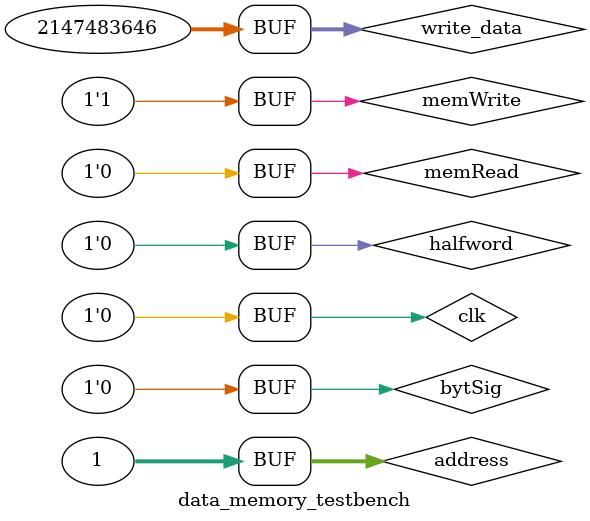
<source format=v>
`define DELAY2 1000
module data_memory_testbench ();

	wire [31:0] data_out;
	
	reg [31:0] address; 
	reg [31:0] write_data; 
	reg memWrite,memRead,clk,bytSig, halfword;
	
data_memory datamem(data_out,address,write_data,memRead,memWrite,bytSig,halfword,clk);

initial begin
address=32'b00000000000000000000000000000111;write_data=32'b11111111111111111111111111111111;memRead=1'b0;memWrite=1'b1;clk=1; bytSig=1'b0; halfword=1'b0;
#`DELAY2;
clk=0;
#`DELAY2;
address=32'b00000000000000000000000000001001;write_data=32'b01111111111111000011111111111110;memRead=1'b0;memWrite=1'b1;clk=1;bytSig=1'b1; halfword=1'b0;
#`DELAY2;
clk=0;
#`DELAY2;
address=32'b00000000000000000000000000000100;write_data=32'b11111111111111111111111111111111;memRead=1'b0;memWrite=1'b1;clk=1;bytSig=1'b0; halfword=1'b1;
#`DELAY2;
clk=0;
#`DELAY2;
address=32'b00000000000000000000000000000001;write_data=32'b01111111111111111111111111111110;memRead=1'b0;memWrite=1'b1;clk=1;bytSig=1'b0; halfword=1'b0;
#`DELAY2;
clk=0;

end

initial begin
$monitor("data_out=%32b, address=%32b , write_data=%32b, memRead=%1b, memWrite=%1b, byte=%1b, half=%1b",data_out,address,write_data,memRead,memWrite,bytSig,halfword);
end

endmodule
</source>
